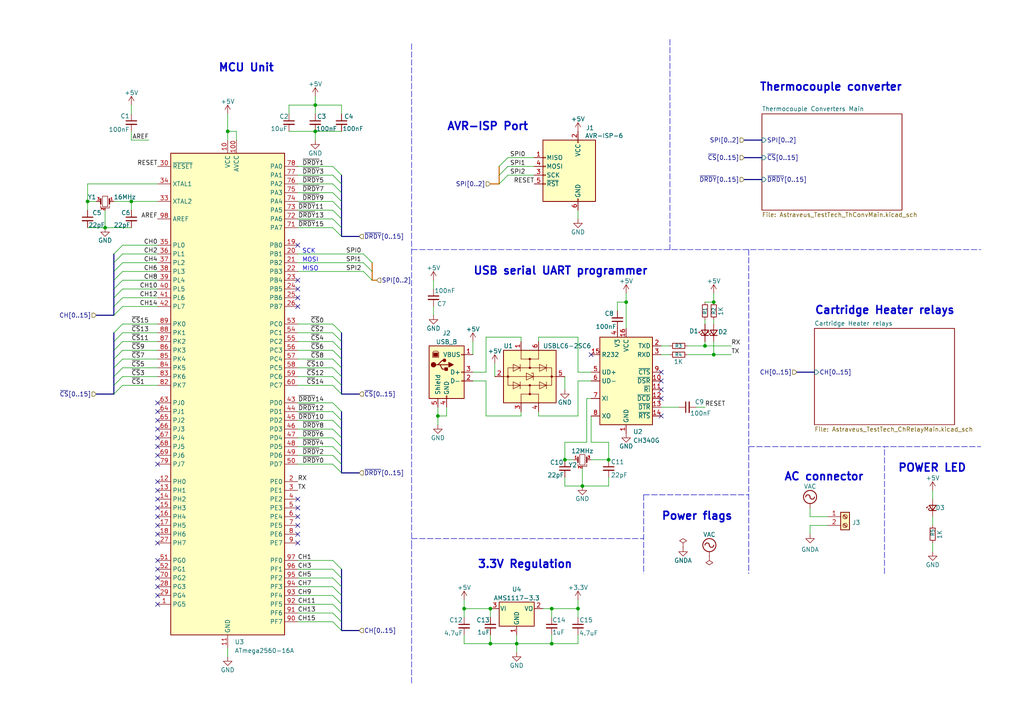
<source format=kicad_sch>
(kicad_sch (version 20211123) (generator eeschema)
  (paper "A4")
  (title_block (title "Cartridge Heater with T-type thermocouples control card") (date "2023-01-13") (rev "0.1") (company "Astraveus") (comment 1 "Author : Mathis Lacombe") (comment 2 "Technical test - job interview 01/13/2023"))
  (lib_symbols
    (symbol "Connector:AVR-ISP-6" (pin_names (offset 1.016))
      (property "Reference" "J" (at -6.35 11.43 0))
      (property "Value" "AVR-ISP-6" (at 0 11.43 0))
      (symbol "AVR-ISP-6_1_1"
        (pin passive line (at 10.16 5.08 180) (length 2.54) (name "MISO") (number "1"))
        (pin passive line (at -2.54 12.7 270) (length 2.54) (name "VCC") (number "2"))
        (pin passive line (at 10.16 0 180) (length 2.54) (name "SCK") (number "3"))
        (pin passive line (at 10.16 2.54 180) (length 2.54) (name "MOSI") (number "4"))
        (pin passive line (at 10.16 -2.54 180) (length 2.54) (name "~{RST}") (number "5"))
        (pin passive line (at -2.54 -10.16 90) (length 2.54) (name "GND") (number "6"))
      )
    )
    (symbol "Connector:Screw_Terminal_01x02" (pin_names (offset 1.016) hide)
      (property "Reference" "J" (at 0 2.54 0))
      (property "Value" "Screw_Terminal_01x02" (at 0 -5.08 0))
      (symbol "Screw_Terminal_01x02_1_1"
        (pin passive line (at -5.08 0 0) (length 3.81) (name "Pin_1") (number "1"))
        (pin passive line (at -5.08 -2.54 0) (length 3.81) (name "Pin_2") (number "2"))
      )
    )
    (symbol "Connector:USB_B" (pin_names (offset 1.016))
      (property "Reference" "J" (at -5.08 11.43 0))
      (property "Value" "USB_B" (at -5.08 8.89 0))
      (symbol "USB_B_1_1"
        (pin power_out line (at 7.62 5.08 180) (length 2.54) (name "VBUS") (number "1"))
        (pin bidirectional line (at 7.62 -2.54 180) (length 2.54) (name "D-") (number "2"))
        (pin bidirectional line (at 7.62 0 180) (length 2.54) (name "D+") (number "3"))
        (pin power_out line (at 0 -10.16 90) (length 2.54) (name "GND") (number "4"))
        (pin passive line (at -2.54 -10.16 90) (length 2.54) (name "Shield") (number "5"))
      )
    )
    (symbol "Device:C_Small" (pin_numbers hide) (pin_names (offset 0.254) hide)
      (property "Reference" "C" (at 0.254 1.778 0))
      (property "Value" "C_Small" (at 0.254 -2.032 0))
      (symbol "C_Small_1_1"
        (pin passive line (at 0 2.54 270) (length 2.032) (name "~") (number "1"))
        (pin passive line (at 0 -2.54 90) (length 2.032) (name "~") (number "2"))
      )
    )
    (symbol "Device:Crystal_GND2_Small" (pin_names (offset 1.016) hide)
      (property "Reference" "Y" (at 0 5.08 0))
      (property "Value" "Crystal_GND2_Small" (at 0 3.175 0))
      (symbol "Crystal_GND2_Small_1_1"
        (pin passive line (at -2.54 0 0) (length 1.27) (name "1") (number "1"))
        (pin passive line (at 0 -2.54 90) (length 0.635) (name "2") (number "2"))
        (pin passive line (at 2.54 0 180) (length 1.27) (name "3") (number "3"))
      )
    )
    (symbol "Device:LED_Small" (pin_numbers hide) (pin_names (offset 0.254) hide)
      (property "Reference" "D" (at -1.27 3.175 0))
      (property "Value" "LED_Small" (at -4.445 -2.54 0))
      (symbol "LED_Small_1_1"
        (pin passive line (at -2.54 0 0) (length 1.778) (name "K") (number "1"))
        (pin passive line (at 2.54 0 180) (length 1.778) (name "A") (number "2"))
      )
    )
    (symbol "Device:R_Small" (pin_numbers hide) (pin_names (offset 0.254) hide)
      (property "Reference" "R" (at 0.762 0.508 0))
      (property "Value" "R_Small" (at 0.762 -1.016 0))
      (symbol "R_Small_1_1"
        (pin passive line (at 0 2.54 270) (length 0.762) (name "~") (number "1"))
        (pin passive line (at 0 -2.54 90) (length 0.762) (name "~") (number "2"))
      )
    )
    (symbol "Interface_USB:CH340G"
      (property "Reference" "U" (at -5.08 13.97 0))
      (property "Value" "CH340G" (at 1.27 13.97 0))
      (symbol "CH340G_1_1"
        (pin power_in line (at 0 -15.24 90) (length 2.54) (name "GND") (number "1"))
        (pin input line (at 10.16 0 180) (length 2.54) (name "~{DSR}") (number "10"))
        (pin input line (at 10.16 -2.54 180) (length 2.54) (name "~{RI}") (number "11"))
        (pin input line (at 10.16 -5.08 180) (length 2.54) (name "~{DCD}") (number "12"))
        (pin output line (at 10.16 -7.62 180) (length 2.54) (name "~{DTR}") (number "13"))
        (pin output line (at 10.16 -10.16 180) (length 2.54) (name "~{RTS}") (number "14"))
        (pin input line (at -10.16 7.62 0) (length 2.54) (name "R232") (number "15"))
        (pin power_in line (at 0 15.24 270) (length 2.54) (name "VCC") (number "16"))
        (pin output line (at 10.16 10.16 180) (length 2.54) (name "TXD") (number "2"))
        (pin input line (at 10.16 7.62 180) (length 2.54) (name "RXD") (number "3"))
        (pin passive line (at -2.54 15.24 270) (length 2.54) (name "V3") (number "4"))
        (pin bidirectional line (at -10.16 2.54 0) (length 2.54) (name "UD+") (number "5"))
        (pin bidirectional line (at -10.16 0 0) (length 2.54) (name "UD-") (number "6"))
        (pin input line (at -10.16 -5.08 0) (length 2.54) (name "XI") (number "7"))
        (pin output line (at -10.16 -10.16 0) (length 2.54) (name "XO") (number "8"))
        (pin input line (at 10.16 2.54 180) (length 2.54) (name "~{CTS}") (number "9"))
      )
    )
    (symbol "MCU_Microchip_ATmega:ATmega2560-16A"
      (property "Reference" "U" (at 0 1.27 0))
      (property "Value" "ATmega2560-16A" (at 0 -1.27 0))
      (symbol "ATmega2560-16A_1_1"
        (pin bidirectional line (at -20.32 -60.96 0) (length 3.81) (name "PG5") (number "1"))
        (pin power_in line (at 0 73.66 270) (length 3.81) (name "VCC") (number "10"))
        (pin power_in line (at 2.54 73.66 270) (length 3.81) (name "AVCC") (number "100"))
        (pin power_in line (at 0 -73.66 90) (length 3.81) (name "GND") (number "11"))
        (pin bidirectional line (at -20.32 -25.4 0) (length 3.81) (name "PH0") (number "12"))
        (pin bidirectional line (at -20.32 -27.94 0) (length 3.81) (name "PH1") (number "13"))
        (pin bidirectional line (at -20.32 -30.48 0) (length 3.81) (name "PH2") (number "14"))
        (pin bidirectional line (at -20.32 -33.02 0) (length 3.81) (name "PH3") (number "15"))
        (pin bidirectional line (at -20.32 -35.56 0) (length 3.81) (name "PH4") (number "16"))
        (pin bidirectional line (at -20.32 -38.1 0) (length 3.81) (name "PH5") (number "17"))
        (pin bidirectional line (at -20.32 -40.64 0) (length 3.81) (name "PH6") (number "18"))
        (pin bidirectional line (at 20.32 43.18 180) (length 3.81) (name "PB0") (number "19"))
        (pin bidirectional line (at 20.32 -25.4 180) (length 3.81) (name "PE0") (number "2"))
        (pin bidirectional line (at 20.32 40.64 180) (length 3.81) (name "PB1") (number "20"))
        (pin bidirectional line (at 20.32 38.1 180) (length 3.81) (name "PB2") (number "21"))
        (pin bidirectional line (at 20.32 35.56 180) (length 3.81) (name "PB3") (number "22"))
        (pin bidirectional line (at 20.32 33.02 180) (length 3.81) (name "PB4") (number "23"))
        (pin bidirectional line (at 20.32 30.48 180) (length 3.81) (name "PB5") (number "24"))
        (pin bidirectional line (at 20.32 27.94 180) (length 3.81) (name "PB6") (number "25"))
        (pin bidirectional line (at 20.32 25.4 180) (length 3.81) (name "PB7") (number "26"))
        (pin bidirectional line (at -20.32 -43.18 0) (length 3.81) (name "PH7") (number "27"))
        (pin bidirectional line (at -20.32 -55.88 0) (length 3.81) (name "PG3") (number "28"))
        (pin bidirectional line (at -20.32 -58.42 0) (length 3.81) (name "PG4") (number "29"))
        (pin bidirectional line (at 20.32 -27.94 180) (length 3.81) (name "PE1") (number "3"))
        (pin input line (at -20.32 66.04 0) (length 3.81) (name "~{RESET}") (number "30"))
        (pin passive line (at 0 73.66 270) (length 3.81) hide (name "VCC") (number "31"))
        (pin passive line (at 0 -73.66 90) (length 3.81) hide (name "GND") (number "32"))
        (pin output line (at -20.32 55.88 0) (length 3.81) (name "XTAL2") (number "33"))
        (pin input line (at -20.32 60.96 0) (length 3.81) (name "XTAL1") (number "34"))
        (pin bidirectional line (at -20.32 43.18 0) (length 3.81) (name "PL0") (number "35"))
        (pin bidirectional line (at -20.32 40.64 0) (length 3.81) (name "PL1") (number "36"))
        (pin bidirectional line (at -20.32 38.1 0) (length 3.81) (name "PL2") (number "37"))
        (pin bidirectional line (at -20.32 35.56 0) (length 3.81) (name "PL3") (number "38"))
        (pin bidirectional line (at -20.32 33.02 0) (length 3.81) (name "PL4") (number "39"))
        (pin bidirectional line (at 20.32 -30.48 180) (length 3.81) (name "PE2") (number "4"))
        (pin bidirectional line (at -20.32 30.48 0) (length 3.81) (name "PL5") (number "40"))
        (pin bidirectional line (at -20.32 27.94 0) (length 3.81) (name "PL6") (number "41"))
        (pin bidirectional line (at -20.32 25.4 0) (length 3.81) (name "PL7") (number "42"))
        (pin bidirectional line (at 20.32 -2.54 180) (length 3.81) (name "PD0") (number "43"))
        (pin bidirectional line (at 20.32 -5.08 180) (length 3.81) (name "PD1") (number "44"))
        (pin bidirectional line (at 20.32 -7.62 180) (length 3.81) (name "PD2") (number "45"))
        (pin bidirectional line (at 20.32 -10.16 180) (length 3.81) (name "PD3") (number "46"))
        (pin bidirectional line (at 20.32 -12.7 180) (length 3.81) (name "PD4") (number "47"))
        (pin bidirectional line (at 20.32 -15.24 180) (length 3.81) (name "PD5") (number "48"))
        (pin bidirectional line (at 20.32 -17.78 180) (length 3.81) (name "PD6") (number "49"))
        (pin bidirectional line (at 20.32 -33.02 180) (length 3.81) (name "PE3") (number "5"))
        (pin bidirectional line (at 20.32 -20.32 180) (length 3.81) (name "PD7") (number "50"))
        (pin bidirectional line (at -20.32 -48.26 0) (length 3.81) (name "PG0") (number "51"))
        (pin bidirectional line (at -20.32 -50.8 0) (length 3.81) (name "PG1") (number "52"))
        (pin bidirectional line (at 20.32 20.32 180) (length 3.81) (name "PC0") (number "53"))
        (pin bidirectional line (at 20.32 17.78 180) (length 3.81) (name "PC1") (number "54"))
        (pin bidirectional line (at 20.32 15.24 180) (length 3.81) (name "PC2") (number "55"))
        (pin bidirectional line (at 20.32 12.7 180) (length 3.81) (name "PC3") (number "56"))
        (pin bidirectional line (at 20.32 10.16 180) (length 3.81) (name "PC4") (number "57"))
        (pin bidirectional line (at 20.32 7.62 180) (length 3.81) (name "PC5") (number "58"))
        (pin bidirectional line (at 20.32 5.08 180) (length 3.81) (name "PC6") (number "59"))
        (pin bidirectional line (at 20.32 -35.56 180) (length 3.81) (name "PE4") (number "6"))
        (pin bidirectional line (at 20.32 2.54 180) (length 3.81) (name "PC7") (number "60"))
        (pin passive line (at 0 73.66 270) (length 3.81) hide (name "VCC") (number "61"))
        (pin passive line (at 0 -73.66 90) (length 3.81) hide (name "GND") (number "62"))
        (pin bidirectional line (at -20.32 -2.54 0) (length 3.81) (name "PJ0") (number "63"))
        (pin bidirectional line (at -20.32 -5.08 0) (length 3.81) (name "PJ1") (number "64"))
        (pin bidirectional line (at -20.32 -7.62 0) (length 3.81) (name "PJ2") (number "65"))
        (pin bidirectional line (at -20.32 -10.16 0) (length 3.81) (name "PJ3") (number "66"))
        (pin bidirectional line (at -20.32 -12.7 0) (length 3.81) (name "PJ4") (number "67"))
        (pin bidirectional line (at -20.32 -15.24 0) (length 3.81) (name "PJ5") (number "68"))
        (pin bidirectional line (at -20.32 -17.78 0) (length 3.81) (name "PJ6") (number "69"))
        (pin bidirectional line (at 20.32 -38.1 180) (length 3.81) (name "PE5") (number "7"))
        (pin bidirectional line (at -20.32 -53.34 0) (length 3.81) (name "PG2") (number "70"))
        (pin bidirectional line (at 20.32 48.26 180) (length 3.81) (name "PA7") (number "71"))
        (pin bidirectional line (at 20.32 50.8 180) (length 3.81) (name "PA6") (number "72"))
        (pin bidirectional line (at 20.32 53.34 180) (length 3.81) (name "PA5") (number "73"))
        (pin bidirectional line (at 20.32 55.88 180) (length 3.81) (name "PA4") (number "74"))
        (pin bidirectional line (at 20.32 58.42 180) (length 3.81) (name "PA3") (number "75"))
        (pin bidirectional line (at 20.32 60.96 180) (length 3.81) (name "PA2") (number "76"))
        (pin bidirectional line (at 20.32 63.5 180) (length 3.81) (name "PA1") (number "77"))
        (pin bidirectional line (at 20.32 66.04 180) (length 3.81) (name "PA0") (number "78"))
        (pin bidirectional line (at -20.32 -20.32 0) (length 3.81) (name "PJ7") (number "79"))
        (pin bidirectional line (at 20.32 -40.64 180) (length 3.81) (name "PE6") (number "8"))
        (pin passive line (at 0 73.66 270) (length 3.81) hide (name "VCC") (number "80"))
        (pin passive line (at 0 -73.66 90) (length 3.81) hide (name "GND") (number "81"))
        (pin bidirectional line (at -20.32 2.54 0) (length 3.81) (name "PK7") (number "82"))
        (pin bidirectional line (at -20.32 5.08 0) (length 3.81) (name "PK6") (number "83"))
        (pin bidirectional line (at -20.32 7.62 0) (length 3.81) (name "PK5") (number "84"))
        (pin bidirectional line (at -20.32 10.16 0) (length 3.81) (name "PK4") (number "85"))
        (pin bidirectional line (at -20.32 12.7 0) (length 3.81) (name "PK3") (number "86"))
        (pin bidirectional line (at -20.32 15.24 0) (length 3.81) (name "PK2") (number "87"))
        (pin bidirectional line (at -20.32 17.78 0) (length 3.81) (name "PK1") (number "88"))
        (pin bidirectional line (at -20.32 20.32 0) (length 3.81) (name "PK0") (number "89"))
        (pin bidirectional line (at 20.32 -43.18 180) (length 3.81) (name "PE7") (number "9"))
        (pin bidirectional line (at 20.32 -66.04 180) (length 3.81) (name "PF7") (number "90"))
        (pin bidirectional line (at 20.32 -63.5 180) (length 3.81) (name "PF6") (number "91"))
        (pin bidirectional line (at 20.32 -60.96 180) (length 3.81) (name "PF5") (number "92"))
        (pin bidirectional line (at 20.32 -58.42 180) (length 3.81) (name "PF4") (number "93"))
        (pin bidirectional line (at 20.32 -55.88 180) (length 3.81) (name "PF3") (number "94"))
        (pin bidirectional line (at 20.32 -53.34 180) (length 3.81) (name "PF2") (number "95"))
        (pin bidirectional line (at 20.32 -50.8 180) (length 3.81) (name "PF1") (number "96"))
        (pin bidirectional line (at 20.32 -48.26 180) (length 3.81) (name "PF0") (number "97"))
        (pin passive line (at -20.32 50.8 0) (length 3.81) (name "AREF") (number "98"))
        (pin passive line (at 0 -73.66 90) (length 3.81) hide (name "GND") (number "99"))
      )
    )
    (symbol "Power_Protection:USBLC6-2SC6" (pin_names hide)
      (property "Reference" "U" (at 2.54 8.89 0))
      (property "Value" "USBLC6-2SC6" (at 2.54 -8.89 0))
      (symbol "USBLC6-2SC6_1_1"
        (pin passive line (at -10.16 -2.54 0) (length 2.54) (name "I/O1") (number "1"))
        (pin passive line (at 0 -10.16 90) (length 2.54) (name "GND") (number "2"))
        (pin passive line (at 10.16 -2.54 180) (length 2.54) (name "I/O2") (number "3"))
        (pin passive line (at 10.16 2.54 180) (length 2.54) (name "I/O2") (number "4"))
        (pin passive line (at 0 10.16 270) (length 2.54) (name "VBUS") (number "5"))
        (pin passive line (at -10.16 2.54 0) (length 2.54) (name "I/O1") (number "6"))
      )
    )
    (symbol "Regulator_Linear:AMS1117-3.3" (pin_names (offset 0.254))
      (property "Reference" "U" (at -3.81 3.175 0))
      (property "Value" "AMS1117-3.3" (at 0 3.175 0))
      (symbol "AMS1117-3.3_1_1"
        (pin power_in line (at 0 -7.62 90) (length 2.54) (name "GND") (number "1"))
        (pin power_out line (at 7.62 0 180) (length 2.54) (name "VO") (number "2"))
        (pin power_in line (at -7.62 0 0) (length 2.54) (name "VI") (number "3"))
      )
    )
    (symbol "power:+3.3V" (power) (pin_names (offset 0))
      (property "Value" "+3.3V" (at 0 3.556 0))
      (symbol "+3.3V_1_1"
        (pin power_in line (at 0 0 90) (length 0) hide (name "+3.3V") (number "1"))
      )
    )
    (symbol "power:+5V" (power) (pin_names (offset 0))
      (property "Value" "+5V" (at 0 3.556 0))
      (symbol "+5V_1_1"
        (pin power_in line (at 0 0 90) (length 0) hide (name "+5V") (number "1"))
      )
    )
    (symbol "power:GND" (power) (pin_names (offset 0))
      (property "Value" "GND" (at 0 -3.81 0))
      (symbol "GND_1_1"
        (pin power_in line (at 0 0 270) (length 0) hide (name "GND") (number "1"))
      )
    )
    (symbol "power:GNDA" (power) (pin_names (offset 0))
      (property "Value" "GNDA" (at 0 -3.81 0))
      (symbol "GNDA_1_1"
        (pin power_in line (at 0 0 270) (length 0) hide (name "GNDA") (number "1"))
      )
    )
    (symbol "power:PWR_FLAG" (power) (pin_numbers hide) (pin_names (offset 0) hide)
      (property "Value" "PWR_FLAG" (at 0 3.81 0))
      (symbol "PWR_FLAG_0_0"
        (pin power_out line (at 0 0 90) (length 0) (name "pwr") (number "1"))
      )
    )
    (symbol "power:VAC" (power) (pin_names (offset 0))
      (property "Value" "VAC" (at 0 6.35 0))
      (symbol "VAC_1_1"
        (pin power_in line (at 0 0 90) (length 0) hide (name "VAC") (number "1"))
      )
    )
  )
  (bus_alias "~{CS}[0..15]" (members "0" "1" "2" "3" "4" "5" "6" "7" "8" "9" "10" "11" "12" "13" "14" "15"))
  (bus_alias "CH[0..15]" (members "0" "1" "2" "3" "4" "5" "6" "7" "8" "9" "10" "11" "12" "13" "14" "15"))
  (bus_alias "~{DRDY}[0..15]" (members "0" "1" "2" "3" "4" "5" "6" "7" "8" "9" "10" "11" "12" "13" "14" "15"))
  (junction (at 160.02 186.69))
  (junction (at 163.83 133.35))
  (junction (at 207.01 87.63))
  (junction (at 91.44 30.48))
  (junction (at 207.01 102.87))
  (junction (at 167.64 176.53))
  (junction (at 127 120.65))
  (junction (at 66.04 38.1))
  (junction (at 30.48 66.04))
  (junction (at 204.47 100.33))
  (junction (at 142.24 186.69))
  (junction (at 168.91 140.97))
  (junction (at 149.86 186.69))
  (junction (at 38.1 58.42))
  (junction (at 134.62 176.53))
  (junction (at 25.4 58.42))
  (junction (at 176.53 133.35))
  (junction (at 181.61 87.63))
  (junction (at 160.02 176.53))
  (junction (at 91.44 38.1))
  (junction (at 142.24 176.53))
  (no_connect (at 171.45 102.87))
  (no_connect (at 45.72 170.18))
  (no_connect (at 45.72 157.48))
  (no_connect (at 45.72 175.26))
  (no_connect (at 45.72 149.86))
  (no_connect (at 45.72 167.64))
  (no_connect (at 45.72 172.72))
  (no_connect (at 45.72 154.94))
  (no_connect (at 45.72 152.4))
  (no_connect (at 86.36 71.12))
  (no_connect (at 45.72 147.32))
  (no_connect (at 45.72 165.1))
  (no_connect (at 45.72 162.56))
  (no_connect (at 45.72 144.78))
  (no_connect (at 86.36 86.36))
  (no_connect (at 86.36 88.9))
  (no_connect (at 86.36 81.28))
  (no_connect (at 86.36 83.82))
  (no_connect (at 86.36 149.86))
  (no_connect (at 86.36 147.32))
  (no_connect (at 86.36 144.78))
  (no_connect (at 86.36 152.4))
  (no_connect (at 86.36 154.94))
  (no_connect (at 86.36 157.48))
  (no_connect (at 45.72 139.7))
  (no_connect (at 45.72 142.24))
  (no_connect (at 191.77 107.95))
  (no_connect (at 191.77 115.57))
  (no_connect (at 191.77 120.65))
  (no_connect (at 191.77 110.49))
  (no_connect (at 191.77 113.03))
  (no_connect (at 45.72 121.92))
  (no_connect (at 45.72 124.46))
  (no_connect (at 45.72 127))
  (no_connect (at 45.72 129.54))
  (no_connect (at 45.72 132.08))
  (no_connect (at 45.72 119.38))
  (no_connect (at 45.72 116.84))
  (no_connect (at 45.72 134.62))
  (bus_entry (at 33.02 106.68) (size 2.54 -2.54))
  (bus_entry (at 33.02 109.22) (size 2.54 -2.54))
  (bus_entry (at 99.06 50.8) (size -2.54 -2.54))
  (bus_entry (at 96.52 165.1) (size 2.54 2.54))
  (bus_entry (at 96.52 167.64) (size 2.54 2.54))
  (bus_entry (at 96.52 162.56) (size 2.54 2.54))
  (bus_entry (at 96.52 172.72) (size 2.54 2.54))
  (bus_entry (at 96.52 170.18) (size 2.54 2.54))
  (bus_entry (at 96.52 177.8) (size 2.54 2.54))
  (bus_entry (at 96.52 175.26) (size 2.54 2.54))
  (bus_entry (at 35.56 71.12) (size -2.54 2.54))
  (bus_entry (at 96.52 180.34) (size 2.54 2.54))
  (bus_entry (at 35.56 78.74) (size -2.54 2.54))
  (bus_entry (at 35.56 81.28) (size -2.54 2.54))
  (bus_entry (at 35.56 83.82) (size -2.54 2.54))
  (bus_entry (at 35.56 88.9) (size -2.54 2.54))
  (bus_entry (at 35.56 86.36) (size -2.54 2.54))
  (bus_entry (at 35.56 76.2) (size -2.54 2.54))
  (bus_entry (at 35.56 73.66) (size -2.54 2.54))
  (bus_entry (at 33.02 104.14) (size 2.54 -2.54))
  (bus_entry (at 99.06 96.52) (size -2.54 -2.54))
  (bus_entry (at 99.06 68.58) (size -2.54 -2.54))
  (bus_entry (at 99.06 129.54) (size -2.54 -2.54))
  (bus_entry (at 33.02 96.52) (size 2.54 -2.54))
  (bus_entry (at 33.02 114.3) (size 2.54 -2.54))
  (bus_entry (at 99.06 55.88) (size -2.54 -2.54))
  (bus_entry (at 147.32 50.8) (size -2.54 2.54))
  (bus_entry (at 99.06 132.08) (size -2.54 -2.54))
  (bus_entry (at 99.06 121.92) (size -2.54 -2.54))
  (bus_entry (at 99.06 134.62) (size -2.54 -2.54))
  (bus_entry (at 147.32 45.72) (size -2.54 2.54))
  (bus_entry (at 33.02 99.06) (size 2.54 -2.54))
  (bus_entry (at 99.06 106.68) (size -2.54 -2.54))
  (bus_entry (at 33.02 111.76) (size 2.54 -2.54))
  (bus_entry (at 99.06 53.34) (size -2.54 -2.54))
  (bus_entry (at 99.06 114.3) (size -2.54 -2.54))
  (bus_entry (at 99.06 58.42) (size -2.54 -2.54))
  (bus_entry (at 99.06 63.5) (size -2.54 -2.54))
  (bus_entry (at 33.02 101.6) (size 2.54 -2.54))
  (bus_entry (at 99.06 124.46) (size -2.54 -2.54))
  (bus_entry (at 99.06 137.16) (size -2.54 -2.54))
  (bus_entry (at 99.06 66.04) (size -2.54 -2.54))
  (bus_entry (at 99.06 111.76) (size -2.54 -2.54))
  (bus_entry (at 99.06 109.22) (size -2.54 -2.54))
  (bus_entry (at 99.06 60.96) (size -2.54 -2.54))
  (bus_entry (at 99.06 127) (size -2.54 -2.54))
  (bus_entry (at 99.06 119.38) (size -2.54 -2.54))
  (bus_entry (at 99.06 99.06) (size -2.54 -2.54))
  (bus_entry (at 147.32 48.26) (size -2.54 2.54))
  (bus_entry (at 99.06 101.6) (size -2.54 -2.54))
  (bus_entry (at 105.41 73.66) (size 2.54 2.54))
  (bus_entry (at 105.41 76.2) (size 2.54 2.54))
  (bus_entry (at 105.41 78.74) (size 2.54 2.54))
  (bus_entry (at 99.06 104.14) (size -2.54 -2.54))
  (bus (pts (xy 99.06 104.14) (xy 99.06 106.68)))
  (bus (pts (xy 99.06 180.34) (xy 99.06 182.88)))
  (wire (pts (xy 176.53 140.97) (xy 176.53 138.43)))
  (wire (pts (xy 96.52 101.6) (xy 86.36 101.6)))
  (bus (pts (xy 33.02 109.22) (xy 33.02 111.76)))
  (wire (pts (xy 68.58 40.64) (xy 68.58 38.1)))
  (wire (pts (xy 35.56 111.76) (xy 45.72 111.76)))
  (polyline (pts (xy 186.69 143.51) (xy 186.69 166.37)))
  (polyline (pts (xy 194.31 11.43) (xy 194.31 72.39)))
  (wire (pts (xy 170.18 128.27) (xy 163.83 128.27)))
  (wire (pts (xy 154.94 48.26) (xy 147.32 48.26)))
  (wire (pts (xy 96.52 50.8) (xy 86.36 50.8)))
  (wire (pts (xy 96.52 93.98) (xy 86.36 93.98)))
  (wire (pts (xy 96.52 109.22) (xy 86.36 109.22)))
  (bus (pts (xy 33.02 76.2) (xy 33.02 78.74)))
  (wire (pts (xy 45.72 78.74) (xy 35.56 78.74)))
  (wire (pts (xy 134.62 176.53) (xy 134.62 173.99)))
  (wire (pts (xy 86.36 76.2) (xy 105.41 76.2)))
  (wire (pts (xy 99.06 30.48) (xy 99.06 33.02)))
  (bus (pts (xy 33.02 96.52) (xy 33.02 99.06)))
  (bus (pts (xy 99.06 55.88) (xy 99.06 58.42)))
  (wire (pts (xy 167.64 176.53) (xy 167.64 173.99)))
  (polyline (pts (xy 119.38 198.12) (xy 119.38 157.48)))
  (wire (pts (xy 38.1 58.42) (xy 33.02 58.42)))
  (wire (pts (xy 45.72 88.9) (xy 35.56 88.9)))
  (bus (pts (xy 99.06 167.64) (xy 99.06 170.18)))
  (wire (pts (xy 38.1 66.04) (xy 30.48 66.04)))
  (wire (pts (xy 191.77 100.33) (xy 194.31 100.33)))
  (wire (pts (xy 35.56 106.68) (xy 45.72 106.68)))
  (wire (pts (xy 168.91 140.97) (xy 176.53 140.97)))
  (wire (pts (xy 96.52 58.42) (xy 86.36 58.42)))
  (polyline (pts (xy 217.17 129.54) (xy 284.48 129.54)))
  (bus (pts (xy 104.14 114.3) (xy 99.06 114.3)))
  (polyline (pts (xy 186.69 143.51) (xy 217.17 143.51)))
  (wire (pts (xy 137.16 99.06) (xy 137.16 102.87)))
  (wire (pts (xy 199.39 100.33) (xy 204.47 100.33)))
  (bus (pts (xy 99.06 106.68) (xy 99.06 109.22)))
  (wire (pts (xy 45.72 73.66) (xy 35.56 73.66)))
  (bus (pts (xy 33.02 83.82) (xy 33.02 86.36)))
  (wire (pts (xy 168.91 135.89) (xy 168.91 140.97)))
  (wire (pts (xy 167.64 120.65) (xy 156.21 120.65)))
  (bus (pts (xy 142.24 53.34) (xy 144.78 53.34)) (stroke (width 0) (color 204 102 0 1)))
  (wire (pts (xy 91.44 30.48) (xy 91.44 33.02)))
  (wire (pts (xy 127 120.65) (xy 127 123.19)))
  (bus (pts (xy 33.02 91.44) (xy 27.94 91.44)))
  (bus (pts (xy 104.14 68.58) (xy 99.06 68.58)))
  (wire (pts (xy 181.61 85.09) (xy 181.61 87.63)))
  (wire (pts (xy 83.82 33.02) (xy 83.82 30.48)))
  (wire (pts (xy 96.52 116.84) (xy 86.36 116.84)))
  (bus (pts (xy 99.06 121.92) (xy 99.06 124.46)))
  (wire (pts (xy 91.44 30.48) (xy 99.06 30.48)))
  (wire (pts (xy 38.1 58.42) (xy 38.1 60.96)))
  (bus (pts (xy 33.02 81.28) (xy 33.02 83.82)))
  (wire (pts (xy 167.64 110.49) (xy 167.64 120.65)))
  (bus (pts (xy 231.14 107.95) (xy 236.22 107.95)))
  (bus (pts (xy 215.9 52.07) (xy 220.98 52.07)))
  (wire (pts (xy 45.72 76.2) (xy 35.56 76.2)))
  (wire (pts (xy 129.54 120.65) (xy 129.54 118.11)))
  (wire (pts (xy 35.56 99.06) (xy 45.72 99.06)))
  (wire (pts (xy 142.24 176.53) (xy 142.24 179.07)))
  (wire (pts (xy 66.04 33.02) (xy 66.04 38.1)))
  (wire (pts (xy 86.36 165.1) (xy 96.52 165.1)))
  (wire (pts (xy 25.4 53.34) (xy 45.72 53.34)))
  (wire (pts (xy 191.77 102.87) (xy 194.31 102.87)))
  (wire (pts (xy 86.36 180.34) (xy 96.52 180.34)))
  (wire (pts (xy 96.52 104.14) (xy 86.36 104.14)))
  (wire (pts (xy 181.61 87.63) (xy 181.61 95.25)))
  (bus (pts (xy 33.02 104.14) (xy 33.02 106.68)))
  (bus (pts (xy 99.06 132.08) (xy 99.06 134.62)))
  (wire (pts (xy 35.56 96.52) (xy 45.72 96.52)))
  (wire (pts (xy 96.52 96.52) (xy 86.36 96.52)))
  (wire (pts (xy 45.72 71.12) (xy 35.56 71.12)))
  (bus (pts (xy 99.06 165.1) (xy 99.06 167.64)))
  (wire (pts (xy 68.58 38.1) (xy 66.04 38.1)))
  (wire (pts (xy 156.21 120.65) (xy 156.21 119.38)))
  (wire (pts (xy 191.77 118.11) (xy 196.85 118.11)))
  (wire (pts (xy 96.52 99.06) (xy 86.36 99.06)))
  (wire (pts (xy 86.36 177.8) (xy 96.52 177.8)))
  (wire (pts (xy 137.16 107.95) (xy 140.97 107.95)))
  (bus (pts (xy 99.06 111.76) (xy 99.06 114.3)))
  (wire (pts (xy 86.36 167.64) (xy 96.52 167.64)))
  (wire (pts (xy 171.45 133.35) (xy 176.53 133.35)))
  (wire (pts (xy 86.36 172.72) (xy 96.52 172.72)))
  (wire (pts (xy 96.52 106.68) (xy 86.36 106.68)))
  (wire (pts (xy 240.03 149.86) (xy 234.95 149.86)))
  (wire (pts (xy 38.1 58.42) (xy 45.72 58.42)))
  (bus (pts (xy 99.06 182.88) (xy 104.14 182.88)))
  (wire (pts (xy 66.04 38.1) (xy 66.04 40.64)))
  (wire (pts (xy 204.47 99.06) (xy 204.47 100.33)))
  (wire (pts (xy 143.51 105.41) (xy 143.51 109.22)))
  (wire (pts (xy 45.72 86.36) (xy 35.56 86.36)))
  (wire (pts (xy 163.83 109.22) (xy 163.83 113.03)))
  (wire (pts (xy 27.94 58.42) (xy 25.4 58.42)))
  (wire (pts (xy 91.44 27.94) (xy 91.44 30.48)))
  (wire (pts (xy 149.86 186.69) (xy 149.86 189.23)))
  (wire (pts (xy 234.95 149.86) (xy 234.95 147.32)))
  (bus (pts (xy 107.95 81.28) (xy 109.22 81.28)) (stroke (width 0) (color 204 102 0 1)))
  (wire (pts (xy 163.83 133.35) (xy 166.37 133.35)))
  (wire (pts (xy 96.52 48.26) (xy 86.36 48.26)))
  (bus (pts (xy 99.06 66.04) (xy 99.06 68.58)))
  (wire (pts (xy 167.64 107.95) (xy 171.45 107.95)))
  (wire (pts (xy 142.24 186.69) (xy 134.62 186.69)))
  (wire (pts (xy 167.64 60.96) (xy 167.64 63.5)))
  (wire (pts (xy 127 120.65) (xy 129.54 120.65)))
  (wire (pts (xy 170.18 115.57) (xy 170.18 128.27)))
  (bus (pts (xy 33.02 86.36) (xy 33.02 88.9)))
  (wire (pts (xy 167.64 176.53) (xy 167.64 179.07)))
  (wire (pts (xy 30.48 60.96) (xy 30.48 66.04)))
  (bus (pts (xy 33.02 101.6) (xy 33.02 104.14)))
  (bus (pts (xy 33.02 88.9) (xy 33.02 91.44)))
  (wire (pts (xy 96.52 60.96) (xy 86.36 60.96)))
  (bus (pts (xy 99.06 53.34) (xy 99.06 55.88)))
  (wire (pts (xy 96.52 119.38) (xy 86.36 119.38)))
  (wire (pts (xy 160.02 176.53) (xy 160.02 179.07)))
  (wire (pts (xy 86.36 170.18) (xy 96.52 170.18)))
  (bus (pts (xy 99.06 137.16) (xy 104.14 137.16)))
  (wire (pts (xy 199.39 102.87) (xy 207.01 102.87)))
  (wire (pts (xy 154.94 50.8) (xy 147.32 50.8)))
  (wire (pts (xy 96.52 66.04) (xy 86.36 66.04)))
  (bus (pts (xy 99.06 99.06) (xy 99.06 101.6)))
  (wire (pts (xy 149.86 186.69) (xy 149.86 184.15)))
  (wire (pts (xy 151.13 119.38) (xy 151.13 120.65)))
  (wire (pts (xy 86.36 162.56) (xy 96.52 162.56)))
  (wire (pts (xy 170.18 115.57) (xy 171.45 115.57)))
  (bus (pts (xy 107.95 76.2) (xy 107.95 78.74)) (stroke (width 0) (color 204 102 0 1)))
  (wire (pts (xy 134.62 184.15) (xy 134.62 186.69)))
  (bus (pts (xy 144.78 50.8) (xy 144.78 53.34)) (stroke (width 0) (color 204 102 0 1)))
  (bus (pts (xy 33.02 73.66) (xy 33.02 76.2)))
  (wire (pts (xy 163.83 128.27) (xy 163.83 133.35)))
  (wire (pts (xy 270.51 142.24) (xy 270.51 144.78)))
  (bus (pts (xy 99.06 172.72) (xy 99.06 175.26)))
  (wire (pts (xy 167.64 184.15) (xy 167.64 186.69)))
  (wire (pts (xy 96.52 53.34) (xy 86.36 53.34)))
  (wire (pts (xy 140.97 120.65) (xy 140.97 110.49)))
  (wire (pts (xy 160.02 186.69) (xy 149.86 186.69)))
  (wire (pts (xy 154.94 45.72) (xy 147.32 45.72)))
  (wire (pts (xy 91.44 38.1) (xy 83.82 38.1)))
  (bus (pts (xy 144.78 48.26) (xy 144.78 50.8)) (stroke (width 0) (color 204 102 0 1)))
  (wire (pts (xy 270.51 157.48) (xy 270.51 160.02)))
  (wire (pts (xy 66.04 187.96) (xy 66.04 190.5)))
  (bus (pts (xy 107.95 78.74) (xy 107.95 81.28)) (stroke (width 0) (color 204 102 0 1)))
  (bus (pts (xy 33.02 78.74) (xy 33.02 81.28)))
  (wire (pts (xy 96.52 111.76) (xy 86.36 111.76)))
  (wire (pts (xy 204.47 87.63) (xy 207.01 87.63)))
  (wire (pts (xy 96.52 134.62) (xy 86.36 134.62)))
  (wire (pts (xy 157.48 176.53) (xy 160.02 176.53)))
  (wire (pts (xy 125.73 88.9) (xy 125.73 91.44)))
  (wire (pts (xy 140.97 97.79) (xy 140.97 107.95)))
  (wire (pts (xy 25.4 53.34) (xy 25.4 58.42)))
  (wire (pts (xy 142.24 176.53) (xy 134.62 176.53)))
  (wire (pts (xy 142.24 184.15) (xy 142.24 186.69)))
  (bus (pts (xy 99.06 58.42) (xy 99.06 60.96)))
  (wire (pts (xy 171.45 120.65) (xy 171.45 128.27)))
  (wire (pts (xy 171.45 128.27) (xy 176.53 128.27)))
  (bus (pts (xy 99.06 175.26) (xy 99.06 177.8)))
  (bus (pts (xy 33.02 99.06) (xy 33.02 101.6)))
  (wire (pts (xy 207.01 102.87) (xy 212.09 102.87)))
  (bus (pts (xy 99.06 129.54) (xy 99.06 132.08)))
  (wire (pts (xy 45.72 81.28) (xy 35.56 81.28)))
  (polyline (pts (xy 119.38 156.21) (xy 186.69 156.21)))
  (wire (pts (xy 151.13 97.79) (xy 151.13 99.06)))
  (wire (pts (xy 207.01 99.06) (xy 207.01 102.87)))
  (wire (pts (xy 156.21 97.79) (xy 167.64 97.79)))
  (wire (pts (xy 160.02 176.53) (xy 167.64 176.53)))
  (wire (pts (xy 163.83 138.43) (xy 163.83 140.97)))
  (bus (pts (xy 27.94 114.3) (xy 33.02 114.3)))
  (wire (pts (xy 96.52 55.88) (xy 86.36 55.88)))
  (wire (pts (xy 96.52 127) (xy 86.36 127)))
  (wire (pts (xy 204.47 92.71) (xy 204.47 93.98)))
  (wire (pts (xy 35.56 104.14) (xy 45.72 104.14)))
  (bus (pts (xy 99.06 124.46) (xy 99.06 127)))
  (wire (pts (xy 96.52 132.08) (xy 86.36 132.08)))
  (wire (pts (xy 86.36 78.74) (xy 105.41 78.74)))
  (wire (pts (xy 234.95 154.94) (xy 234.95 152.4)))
  (wire (pts (xy 207.01 92.71) (xy 207.01 93.98)))
  (wire (pts (xy 204.47 100.33) (xy 212.09 100.33)))
  (bus (pts (xy 33.02 111.76) (xy 33.02 114.3)))
  (bus (pts (xy 99.06 63.5) (xy 99.06 66.04)))
  (bus (pts (xy 99.06 119.38) (xy 99.06 121.92)))
  (wire (pts (xy 156.21 99.06) (xy 156.21 97.79)))
  (wire (pts (xy 35.56 101.6) (xy 45.72 101.6)))
  (wire (pts (xy 140.97 110.49) (xy 137.16 110.49)))
  (wire (pts (xy 134.62 176.53) (xy 134.62 179.07)))
  (bus (pts (xy 215.9 45.72) (xy 220.98 45.72)))
  (polyline (pts (xy 119.38 12.7) (xy 119.38 157.48)))
  (polyline (pts (xy 256.54 166.37) (xy 256.54 129.54)))
  (bus (pts (xy 99.06 50.8) (xy 99.06 53.34)))
  (wire (pts (xy 142.24 186.69) (xy 149.86 186.69)))
  (wire (pts (xy 160.02 184.15) (xy 160.02 186.69)))
  (wire (pts (xy 38.1 40.64) (xy 43.18 40.64)))
  (wire (pts (xy 96.52 121.92) (xy 86.36 121.92)))
  (wire (pts (xy 160.02 186.69) (xy 167.64 186.69)))
  (bus (pts (xy 215.9 40.64) (xy 220.98 40.64)))
  (wire (pts (xy 234.95 152.4) (xy 240.03 152.4)))
  (wire (pts (xy 167.64 97.79) (xy 167.64 107.95)))
  (bus (pts (xy 99.06 60.96) (xy 99.06 63.5)))
  (wire (pts (xy 176.53 128.27) (xy 176.53 133.35)))
  (polyline (pts (xy 217.17 72.39) (xy 217.17 166.37)))
  (bus (pts (xy 99.06 101.6) (xy 99.06 104.14)))
  (polyline (pts (xy 119.38 72.39) (xy 284.48 72.39)))
  (wire (pts (xy 86.36 175.26) (xy 96.52 175.26)))
  (wire (pts (xy 270.51 149.86) (xy 270.51 152.4)))
  (wire (pts (xy 96.52 63.5) (xy 86.36 63.5)))
  (wire (pts (xy 127 118.11) (xy 127 120.65)))
  (wire (pts (xy 25.4 60.96) (xy 25.4 58.42)))
  (wire (pts (xy 140.97 97.79) (xy 151.13 97.79)))
  (bus (pts (xy 99.06 109.22) (xy 99.06 111.76)))
  (wire (pts (xy 201.93 118.11) (xy 204.47 118.11)))
  (wire (pts (xy 99.06 38.1) (xy 91.44 38.1)))
  (wire (pts (xy 38.1 30.48) (xy 38.1 33.02)))
  (wire (pts (xy 167.64 110.49) (xy 171.45 110.49)))
  (bus (pts (xy 99.06 170.18) (xy 99.06 172.72)))
  (wire (pts (xy 207.01 85.09) (xy 207.01 87.63)))
  (wire (pts (xy 35.56 109.22) (xy 45.72 109.22)))
  (wire (pts (xy 35.56 93.98) (xy 45.72 93.98)))
  (wire (pts (xy 30.48 66.04) (xy 25.4 66.04)))
  (bus (pts (xy 99.06 177.8) (xy 99.06 180.34)))
  (wire (pts (xy 86.36 73.66) (xy 105.41 73.66)))
  (wire (pts (xy 181.61 87.63) (xy 179.07 87.63)))
  (bus (pts (xy 99.06 127) (xy 99.06 129.54)))
  (wire (pts (xy 91.44 38.1) (xy 91.44 40.64)))
  (wire (pts (xy 151.13 120.65) (xy 140.97 120.65)))
  (wire (pts (xy 96.52 124.46) (xy 86.36 124.46)))
  (wire (pts (xy 83.82 30.48) (xy 91.44 30.48)))
  (wire (pts (xy 96.52 129.54) (xy 86.36 129.54)))
  (wire (pts (xy 38.1 38.1) (xy 38.1 40.64)))
  (wire (pts (xy 45.72 83.82) (xy 35.56 83.82)))
  (bus (pts (xy 99.06 96.52) (xy 99.06 99.06)))
  (wire (pts (xy 179.07 87.63) (xy 179.07 90.17)))
  (wire (pts (xy 163.83 140.97) (xy 168.91 140.97)))
  (bus (pts (xy 33.02 106.68) (xy 33.02 109.22)))
  (bus (pts (xy 99.06 134.62) (xy 99.06 137.16)))
  (wire (pts (xy 125.73 81.28) (xy 125.73 83.82)))
  (text "MOSI" (at 87.63 76.2 0) (effects (font (size 1.27 1.27)) (justify left bottom)))
  (text "AC connector" (at 227.33 139.7 0) (effects (font (size 2.27 2.27) (thickness 0.454) bold) (justify left bottom)))
  (text "USB serial UART programmer" (at 137.16 80.01 0) (effects (font (size 2.27 2.27) (thickness 0.454) bold) (justify left bottom)))
  (text "POWER LED" (at 260.35 137.16 0) (effects (font (size 2.27 2.27) (thickness 0.454) bold) (justify left bottom)))
  (text "MISO" (at 87.63 78.74 0) (effects (font (size 1.27 1.27)) (justify left bottom)))
  (text "AVR-ISP Port" (at 129.54 38.1 0) (effects (font (size 2.27 2.27) (thickness 0.454) bold) (justify left bottom)))
  (text "Power flags" (at 191.77 151.13 0) (effects (font (size 2.27 2.27) (thickness 0.454) bold) (justify left bottom)))
  (text "SCK" (at 87.63 73.66 0) (effects (font (size 1.27 1.27)) (justify left bottom)))
  (text "MCU Unit" (at 63.246 21.082 0) (effects (font (size 2.27 2.27) (thickness 0.454) bold) (justify left bottom)))
  (text "Thermocouple converter" (at 220.218 26.67 0) (effects (font (size 2.27 2.27) (thickness 0.454) bold) (justify left bottom)))
  (text "3.3V Regulation" (at 138.43 165.1 0) (effects (font (size 2.27 2.27) (thickness 0.454) bold) (justify left bottom)))
  (text "Cartridge Heater relays" (at 236.22 91.44 0) (effects (font (size 2.27 2.27) (thickness 0.454) bold) (justify left bottom)))
  (label "~{DRDY}2" (at 93.98 132.08 180))
  (label "~{CS}3" (at 38.1 109.22 0))
  (label "~{DRDY}6" (at 93.98 127 180))
  (label "~{DRDY}10" (at 93.98 121.92 180))
  (label "TX" (at 212.09 102.87 0))
  (label "CH13" (at 86.36 177.8 0))
  (label "SPI0" (at 152.4 45.72 180))
  (label "~{DRDY}13" (at 93.98 63.5 180))
  (label "~{CS}9" (at 38.1 101.6 0))
  (label "RESET" (at 154.94 53.34 180))
  (label "~{CS}12" (at 93.98 109.22 180))
  (label "CH3" (at 86.36 165.1 0))
  (label "AREF" (at 43.18 40.64 180))
  (label "~{DRDY}12" (at 93.98 119.38 180))
  (label "~{CS}14" (at 93.98 111.76 180))
  (label "CH6" (at 45.72 78.74 180))
  (label "CH12" (at 45.72 86.36 180))
  (label "~{CS}13" (at 38.1 96.52 0))
  (label "~{DRDY}11" (at 93.98 60.96 180))
  (label "SPI1" (at 100.33 76.2 0))
  (label "~{DRDY}5" (at 93.98 53.34 180))
  (label "~{CS}2" (at 93.98 96.52 180))
  (label "CH7" (at 86.36 170.18 0))
  (label "CH10" (at 45.72 83.82 180))
  (label "CH14" (at 45.72 88.9 180))
  (label "TX" (at 86.36 142.24 0))
  (label "~{CS}10" (at 93.98 106.68 180))
  (label "RESET" (at 45.72 48.26 180))
  (label "~{CS}0" (at 93.98 93.98 180))
  (label "SPI1" (at 152.4 48.26 180))
  (label "CH9" (at 86.36 172.72 0))
  (label "~{DRDY}15" (at 93.98 66.04 180))
  (label "~{DRDY}0" (at 93.98 134.62 180))
  (label "RESET" (at 204.47 118.11 0))
  (label "~{CS}5" (at 38.1 106.68 0))
  (label "~{CS}1" (at 38.1 111.76 0))
  (label "CH15" (at 86.36 180.34 0))
  (label "CH5" (at 86.36 167.64 0))
  (label "RX" (at 212.09 100.33 0))
  (label "CH1" (at 86.36 162.56 0))
  (label "~{DRDY}8" (at 93.98 124.46 180))
  (label "~{CS}6" (at 93.98 101.6 180))
  (label "AREF" (at 45.72 63.5 180))
  (label "~{DRDY}14" (at 93.98 116.84 180))
  (label "~{CS}8" (at 93.98 104.14 180))
  (label "~{DRDY}3" (at 93.98 50.8 180))
  (label "~{CS}4" (at 93.98 99.06 180))
  (label "SPI2" (at 100.33 78.74 0))
  (label "SPI2" (at 152.4 50.8 180))
  (label "~{CS}15" (at 38.1 93.98 0))
  (label "~{DRDY}1" (at 93.98 48.26 180))
  (label "~{CS}7" (at 38.1 104.14 0))
  (label "CH8" (at 45.72 81.28 180))
  (label "CH11" (at 86.36 175.26 0))
  (label "~{DRDY}4" (at 93.98 129.54 180))
  (label "CH2" (at 45.72 73.66 180))
  (label "SPI0" (at 100.33 73.66 0))
  (label "~{DRDY}9" (at 93.98 58.42 180))
  (label "CH0" (at 45.72 71.12 180))
  (label "CH4" (at 45.72 76.2 180))
  (label "~{DRDY}7" (at 93.98 55.88 180))
  (label "~{CS}11" (at 38.1 99.06 0))
  (label "RX" (at 86.36 139.7 0))
  (hierarchical_label "SPI[0..2]" (shape input) (at 215.9 40.64 180))
  (hierarchical_label "~{DRDY}[0..15]" (shape input) (at 104.14 137.16 0))
  (hierarchical_label "CH[0..15]" (shape input) (at 231.14 107.95 180))
  (hierarchical_label "SPI[0..2]" (shape input) (at 142.24 53.34 180))
  (hierarchical_label "CH[0..15]" (shape input) (at 104.14 182.88 0))
  (hierarchical_label "~{DRDY}[0..15]" (shape input) (at 104.14 68.58 0))
  (hierarchical_label "~{DRDY}[0..15]" (shape input) (at 215.9 52.07 180))
  (hierarchical_label "CH[0..15]" (shape input) (at 27.94 91.44 180))
  (hierarchical_label "SPI[0..2]" (shape input) (at 109.22 81.28 0))
  (hierarchical_label "~{CS}[0..15]" (shape input) (at 104.14 114.3 0))
  (hierarchical_label "~{CS}[0..15]" (shape input) (at 215.9 45.72 180))
  (hierarchical_label "~{CS}[0..15]" (shape input) (at 27.94 114.3 180))
  (symbol (lib_id "Device:R_Small") (at 207.01 90.17 180) (unit 1)
    (property "Reference" "R2" (at 207.01 89.154 90) (effects (font (size 1 1)) (justify left)))
    (property "Value" "1K" (at 209.042 88.9 90) (effects (justify left)))
    (property "Footprint" "Resistor_SMD:R_0603_1608Metric" (effects hide))
  )
  (symbol (lib_id "power:+5V") (at 66.04 33.02 0) (unit 1)
    (property "Reference" "#PWR03" (effects hide))
    (property "Value" "+5V" (at 66.04 29.4442 0))
  )
  (symbol (lib_id "power:GND") (at 149.86 189.23 0) (unit 1)
    (property "Reference" "#PWR026" (effects hide))
    (property "Value" "GND" (at 149.86 193.04 0))
  )
  (symbol (lib_id "Device:R_Small") (at 196.85 100.33 90) (unit 1)
    (property "Reference" "R3" (at 197.866 100.33 90) (effects (font (size 1 1)) (justify left)))
    (property "Value" "10K" (effects hide))
    (property "Footprint" "Resistor_SMD:R_0603_1608Metric" (effects hide))
  )
  (symbol (lib_id "Device:C_Small") (at 83.82 35.56 0) (unit 1)
    (property "Reference" "C2" (at 81.026 33.782 0) (effects (justify left)))
    (property "Value" "10uF" (at 78.486 37.338 0) (effects (justify left)))
    (property "Footprint" "Capacitor_SMD:C_0603_1608Metric" (effects hide))
  )
  (symbol (lib_id "power:GND") (at 270.51 160.02 0) (unit 1)
    (property "Reference" "#PWR022" (effects hide))
    (property "Value" "GND" (at 270.51 163.83 0))
  )
  (symbol (lib_id "Device:C_Small") (at 99.06 35.56 0) (unit 1)
    (property "Reference" "C4" (at 99.822 33.782 0) (effects (justify left)))
    (property "Value" "100nF" (at 99.314 37.338 0) (effects (justify left)))
    (property "Footprint" "Capacitor_SMD:C_0603_1608Metric" (effects hide))
  )
  (symbol (lib_id "Device:C_Small") (at 176.53 135.89 0) (unit 1)
    (property "Reference" "C11" (at 177.165 133.985 0) (effects (justify left)))
    (property "Value" "22pF" (at 177.165 137.795 0) (effects (justify left)))
    (property "Footprint" "Capacitor_SMD:C_0603_1608Metric" (effects hide))
  )
  (symbol (lib_id "Device:LED_Small") (at 270.51 147.32 90) (unit 1)
    (property "Reference" "D3" (at 272.6888 147.2565 90))
    (property "Value" "LED_Small" (effects hide))
    (property "Footprint" "Diode_SMD:D_0603_1608Metric" (effects hide))
  )
  (symbol (lib_id "MCU_Microchip_ATmega:ATmega2560-16A") (at 66.04 114.3 0) (unit 1)
    (property "Reference" "U3" (at 68.0594 186.1804 0) (effects (justify left)))
    (property "Value" "ATmega2560-16A" (at 68.0594 188.7173 0) (effects (justify left)))
    (property "Footprint" "Package_QFP:TQFP-100_14x14mm_P0.5mm" (effects hide))
    (property "Datasheet" "http://ww1.microchip.com/downloads/en/DeviceDoc/Atmel-2549-8-bit-AVR-Microcontroller-ATmega640-1280-1281-2560-2561_datasheet.pdf" (effects hide))
  )
  (symbol (lib_id "Device:C_Small") (at 179.07 92.71 180) (unit 1)
    (property "Reference" "C8" (at 178.054 90.932 0) (effects (justify left)))
    (property "Value" "100nF" (at 178.816 94.742 0) (effects (justify left)))
    (property "Footprint" "Capacitor_SMD:C_0603_1608Metric" (effects hide))
  )
  (symbol (lib_id "power:+5V") (at 143.51 105.41 0) (unit 1)
    (property "Reference" "#PWR013" (effects hide))
    (property "Value" "+5V" (at 143.51 101.8342 0))
  )
  (symbol (lib_id "power:GNDA") (at 198.12 158.75 0) (unit 1)
    (property "Reference" "#PWR021" (effects hide))
    (property "Value" "GNDA" (at 198.12 162.56 0))
  )
  (symbol (lib_id "Connector:AVR-ISP-6") (at 165.1 50.8 0) (mirror y) (unit 1)
    (property "Reference" "J1" (at 169.926 37.084 0) (effects (justify right)))
    (property "Value" "AVR-ISP-6" (at 169.672 39.37 0) (effects (justify right)))
    (property "Footprint" "Connector_PinHeader_2.54mm:PinHeader_2x03_P2.54mm_Vertical" (effects hide))
    (property "Datasheet" " ~" (effects hide))
  )
  (symbol (lib_id "power:GND") (at 125.73 91.44 0) (unit 1)
    (property "Reference" "#PWR011" (effects hide))
    (property "Value" "GND" (at 125.73 95.25 0))
  )
  (symbol (lib_id "Device:R_Small") (at 204.47 90.17 180) (unit 1)
    (property "Reference" "R1" (at 204.47 89.154 90) (effects (font (size 1 1)) (justify left)))
    (property "Value" "10K" (effects hide))
    (property "Footprint" "Resistor_SMD:R_0603_1608Metric" (effects hide))
  )
  (symbol (lib_id "power:GNDA") (at 234.95 154.94 0) (unit 1)
    (property "Reference" "#PWR020" (effects hide))
    (property "Value" "GNDA" (at 234.95 159.3834 0))
  )
  (symbol (lib_id "Device:C_Small") (at 167.64 181.61 0) (mirror y) (unit 1)
    (property "Reference" "C15" (at 171.958 179.832 0) (effects (justify left)))
    (property "Value" "4.7uF" (at 173.482 183.642 0) (effects (justify left)))
    (property "Footprint" "Capacitor_SMD:C_0603_1608Metric" (effects hide))
  )
  (symbol (lib_id "power:GND") (at 30.48 66.04 0) (mirror y) (unit 1)
    (property "Reference" "#PWR07" (effects hide))
    (property "Value" "GND" (at 30.48 69.723 0))
  )
  (symbol (lib_id "Connector:Screw_Terminal_01x02") (at 245.11 149.86 0) (unit 1)
    (property "Reference" "J3" (at 247.142 151.5638 0) (effects (justify left)))
    (property "Value" "Screw_Terminal_01x02" (effects hide))
    (property "Footprint" "TerminalBlock:TerminalBlock_Altech_AK300-2_P5.00mm" (effects hide))
  )
  (symbol (lib_id "power:GND") (at 181.61 125.73 0) (unit 1)
    (property "Reference" "#PWR016" (effects hide))
    (property "Value" "GND" (at 181.61 129.413 0))
  )
  (symbol (lib_id "Device:C_Small") (at 125.73 86.36 0) (unit 1)
    (property "Reference" "C7" (at 126.746 88.138 0) (effects (justify left)))
    (property "Value" "100nF" (at 125.984 84.328 0) (effects (justify left)))
    (property "Footprint" "Capacitor_SMD:C_0603_1608Metric" (effects hide))
  )
  (symbol (lib_id "power:GND") (at 168.91 140.97 0) (unit 1)
    (property "Reference" "#PWR017" (effects hide))
    (property "Value" "GND" (at 168.91 144.653 0))
  )
  (symbol (lib_id "power:+5V") (at 167.64 38.1 0) (unit 1)
    (property "Reference" "#PWR04" (effects hide))
    (property "Value" "+5V" (at 167.64 34.5242 0))
  )
  (symbol (lib_id "power:GND") (at 66.04 190.5 0) (unit 1)
    (property "Reference" "#PWR027" (effects hide))
    (property "Value" "GND" (at 66.04 194.31 0))
  )
  (symbol (lib_id "power:PWR_FLAG") (at 198.12 158.75 0) (unit 1)
    (property "Reference" "#FLG01" (effects hide))
    (property "Value" "PWR_FLAG" (effects hide))
  )
  (symbol (lib_id "Power_Protection:USBLC6-2SC6") (at 153.67 109.22 270) (unit 1)
    (property "Reference" "U1" (at 146.05 100.33 90) (effects (justify left)))
    (property "Value" "USBLC6-2SC6" (at 157.48 100.33 90) (effects (justify left)))
    (property "Footprint" "Package_TO_SOT_SMD:SOT-23-6" (effects hide))
    (property "Datasheet" "https://www.st.com/resource/en/datasheet/usblc6-2.pdf" (effects hide))
  )
  (symbol (lib_id "power:+5V") (at 125.73 81.28 0) (unit 1)
    (property "Reference" "#PWR08" (effects hide))
    (property "Value" "+5V" (at 125.73 77.7042 0))
  )
  (symbol (lib_id "power:+5V") (at 270.51 142.24 0) (unit 1)
    (property "Reference" "#PWR018" (effects hide))
    (property "Value" "+5V" (at 270.51 138.6642 0))
  )
  (symbol (lib_id "Device:C_Small") (at 38.1 63.5 0) (mirror y) (unit 1)
    (property "Reference" "C6" (at 37.846 61.722 0) (effects (justify left)))
    (property "Value" "22pF" (at 37.846 65.278 0) (effects (justify left)))
    (property "Footprint" "Capacitor_SMD:C_0603_1608Metric" (effects hide))
  )
  (symbol (lib_id "power:+5V") (at 181.61 85.09 0) (unit 1)
    (property "Reference" "#PWR09" (effects hide))
    (property "Value" "+5V" (at 181.61 81.5142 0))
  )
  (symbol (lib_id "Interface_USB:CH340G") (at 181.61 110.49 0) (unit 1)
    (property "Reference" "U2" (at 183.6294 125.2204 0) (effects (justify left)))
    (property "Value" "CH340G" (at 183.6294 127.7573 0) (effects (justify left)))
    (property "Footprint" "Package_SO:SOIC-16_3.9x9.9mm_P1.27mm" (effects hide))
    (property "Datasheet" "http://www.datasheet5.com/pdf-local-2195953" (effects hide))
  )
  (symbol (lib_id "Device:C_Small") (at 134.62 181.61 0) (unit 1)
    (property "Reference" "C12" (at 130.302 179.832 0) (effects (justify left)))
    (property "Value" "4.7uF" (at 128.778 183.642 0) (effects (justify left)))
    (property "Footprint" "Capacitor_SMD:C_0603_1608Metric" (effects hide))
  )
  (symbol (lib_id "Device:Crystal_GND2_Small") (at 30.48 58.42 0) (mirror y) (unit 1)
    (property "Reference" "Y1" (at 26.67 57.15 0))
    (property "Value" "16MHz" (at 36.195 57.15 0))
    (property "Footprint" "Crystal:Crystal_SMD_3225-4Pin_3.2x2.5mm" (effects hide))
  )
  (symbol (lib_id "power:+5V") (at 38.1 30.48 0) (unit 1)
    (property "Reference" "#PWR02" (effects hide))
    (property "Value" "+5V" (at 38.1 26.9042 0))
  )
  (symbol (lib_id "power:GND") (at 127 123.19 0) (unit 1)
    (property "Reference" "#PWR015" (effects hide))
    (property "Value" "GND" (at 127 127 0))
  )
  (symbol (lib_id "Device:R_Small") (at 196.85 102.87 90) (unit 1)
    (property "Reference" "R4" (at 197.866 102.87 90) (effects (font (size 1 1)) (justify left)))
    (property "Value" "1K" (at 198.12 104.902 90) (effects (justify left)))
    (property "Footprint" "Resistor_SMD:R_0603_1608Metric" (effects hide))
  )
  (symbol (lib_id "Device:LED_Small") (at 207.01 96.52 90) (unit 1)
    (property "Reference" "D2" (at 208.28 96.266 90) (effects (justify right)))
    (property "Value" "LED_Small" (effects hide))
    (property "Footprint" "Diode_SMD:D_0603_1608Metric" (effects hide))
  )
  (symbol (lib_id "power:+5V") (at 134.62 173.99 0) (unit 1)
    (property "Reference" "#PWR024" (effects hide))
    (property "Value" "+5V" (at 134.62 170.4142 0))
  )
  (symbol (lib_id "power:GND") (at 163.83 113.03 0) (unit 1)
    (property "Reference" "#PWR014" (effects hide))
    (property "Value" "GND" (at 163.83 116.713 0))
  )
  (symbol (lib_id "power:+5V") (at 91.44 27.94 0) (unit 1)
    (property "Reference" "#PWR01" (effects hide))
    (property "Value" "+5V" (at 91.44 24.3642 0))
  )
  (symbol (lib_id "Device:C_Small") (at 163.83 135.89 0) (unit 1)
    (property "Reference" "C10" (at 159.512 134.112 0) (effects (justify left)))
    (property "Value" "22pF" (at 158.75 137.795 0) (effects (justify left)))
    (property "Footprint" "Capacitor_SMD:C_0603_1608Metric" (effects hide))
  )
  (symbol (lib_id "Device:C_Small") (at 142.24 181.61 0) (unit 1)
    (property "Reference" "C13" (at 138.176 179.832 0) (effects (justify left)))
    (property "Value" "1uF" (at 138.43 183.388 0) (effects (justify left)))
    (property "Footprint" "Capacitor_SMD:C_0603_1608Metric" (effects hide))
  )
  (symbol (lib_id "Device:C_Small") (at 160.02 181.61 0) (mirror y) (unit 1)
    (property "Reference" "C14" (at 164.084 179.832 0) (effects (justify left)))
    (property "Value" "1uF" (at 163.83 183.388 0) (effects (justify left)))
    (property "Footprint" "Capacitor_SMD:C_0603_1608Metric" (effects hide))
  )
  (symbol (lib_id "Device:C_Small") (at 25.4 63.5 0) (mirror y) (unit 1)
    (property "Reference" "C5" (at 29.464 61.722 0) (effects (justify left)))
    (property "Value" "22pF" (at 30.48 65.278 0) (effects (justify left)))
    (property "Footprint" "Capacitor_SMD:C_0603_1608Metric" (effects hide))
  )
  (symbol (lib_id "Device:Crystal_GND2_Small") (at 168.91 133.35 0) (unit 1)
    (property "Reference" "Y2" (at 166.116 134.874 0))
    (property "Value" "12MHz" (at 168.91 130.81 0))
    (property "Footprint" "Crystal:Crystal_SMD_3225-4Pin_3.2x2.5mm" (effects hide))
  )
  (symbol (lib_id "power:PWR_FLAG") (at 205.74 161.29 180) (unit 1)
    (property "Reference" "#FLG02" (effects hide))
    (property "Value" "PWR_FLAG" (effects hide))
  )
  (symbol (lib_id "Device:LED_Small") (at 204.47 96.52 90) (unit 1)
    (property "Reference" "D1" (at 199.898 96.012 90) (effects (justify right)))
    (property "Value" "LED_Small" (effects hide))
    (property "Footprint" "Diode_SMD:D_0603_1608Metric" (effects hide))
  )
  (symbol (lib_id "power:+5V") (at 137.16 99.06 0) (unit 1)
    (property "Reference" "#PWR012" (effects hide))
    (property "Value" "+5V" (at 137.16 95.4842 0))
  )
  (symbol (lib_id "Device:C_Small") (at 91.44 35.56 0) (unit 1)
    (property "Reference" "C3" (at 91.948 33.782 0) (effects (justify left)))
    (property "Value" "100nF" (at 91.694 37.338 0) (effects (justify left)))
    (property "Footprint" "Capacitor_SMD:C_0603_1608Metric" (effects hide))
  )
  (symbol (lib_id "power:VAC") (at 205.74 161.29 0) (unit 1)
    (property "Reference" "#PWR023" (effects hide))
    (property "Value" "VAC" (at 205.74 155.0472 0))
  )
  (symbol (lib_id "power:VAC") (at 234.95 147.32 0) (unit 1)
    (property "Reference" "#PWR019" (effects hide))
    (property "Value" "VAC" (at 234.95 141.0772 0))
  )
  (symbol (lib_id "power:GND") (at 91.44 40.64 0) (unit 1)
    (property "Reference" "#PWR05" (effects hide))
    (property "Value" "GND" (at 91.44 44.45 0))
  )
  (symbol (lib_id "Device:R_Small") (at 270.51 154.94 180) (unit 1)
    (property "Reference" "R5" (at 270.51 153.416 90) (effects (font (size 1 1)) (justify left)))
    (property "Value" "1K" (at 272.542 153.67 90) (effects (justify left)))
    (property "Footprint" "Resistor_SMD:R_0603_1608Metric" (effects hide))
  )
  (symbol (lib_id "power:GND") (at 167.64 63.5 0) (unit 1)
    (property "Reference" "#PWR06" (effects hide))
    (property "Value" "GND" (at 167.64 67.31 0))
  )
  (symbol (lib_id "Connector:USB_B") (at 129.54 107.95 0) (unit 1)
    (property "Reference" "J2" (at 129.54 96.6302 0))
    (property "Value" "USB_B" (at 129.54 99.1671 0))
    (property "Footprint" "Connector_USB:USB_B_OST_USB-B1HSxx_Horizontal" (effects hide))
    (property "Datasheet" " ~" (effects hide))
  )
  (symbol (lib_id "Device:C_Small") (at 199.39 118.11 90) (unit 1)
    (property "Reference" "C9" (at 204.216 116.586 90) (effects (justify left)))
    (property "Value" "100nF" (at 206.248 119.888 90) (effects (justify left)))
    (property "Footprint" "Capacitor_SMD:C_0603_1608Metric" (effects hide))
  )
  (symbol (lib_id "Device:C_Small") (at 38.1 35.56 0) (unit 1)
    (property "Reference" "C1" (at 34.925 33.655 0) (effects (justify left)))
    (property "Value" "100nF" (at 31.496 37.592 0) (effects (justify left)))
    (property "Footprint" "Capacitor_SMD:C_0603_1608Metric" (effects hide))
  )
  (symbol (lib_id "power:+5V") (at 207.01 85.09 0) (unit 1)
    (property "Reference" "#PWR010" (effects hide))
    (property "Value" "+5V" (at 207.01 81.5142 0))
  )
  (symbol (lib_id "power:+3.3V") (at 167.64 173.99 0) (unit 1)
    (property "Reference" "#PWR025" (effects hide))
    (property "Value" "+3.3V" (at 167.64 170.4142 0))
  )
  (symbol (lib_id "Regulator_Linear:AMS1117-3.3") (at 149.86 176.53 0) (unit 1)
    (property "Reference" "U4" (at 149.86 170.9252 0))
    (property "Value" "AMS1117-3.3" (at 149.86 173.4621 0))
    (property "Footprint" "Package_TO_SOT_SMD:SOT-223-3_TabPin2" (effects hide))
    (property "Datasheet" "http://www.advanced-monolithic.com/pdf/ds1117.pdf" (effects hide))
  )
  (sheet (at 220.98 33.02) (size 40.64 27.94) (stroke (width 0.1524))
    (property "Sheet name" "Thermocouple Converters Main" (at 220.98 32.3084 0) (effects (justify left bottom)))
    (property "Sheet file" "Astraveus_TestTech_ThConvMain.kicad_sch" (at 220.98 61.5446 0) (effects (justify left top)))
    (pin "~{CS}[0..15]" input (at 220.98 45.72 180))
    (pin "~{DRDY}[0..15]" input (at 220.98 52.07 180))
    (pin "SPI[0..2]" input (at 220.98 40.64 180))
  )
  (sheet (at 236.22 95.25) (size 40.64 27.94) (stroke (width 0.1524))
    (property "Sheet name" "Cartridge Heater relays" (at 236.22 94.5384 0) (effects (justify left bottom)))
    (property "Sheet file" "Astraveus_TestTech_ChRelayMain.kicad_sch" (at 236.22 123.7746 0) (effects (justify left top)))
    (pin "CH[0..15]" input (at 236.22 107.95 180))
  )
)
</source>
